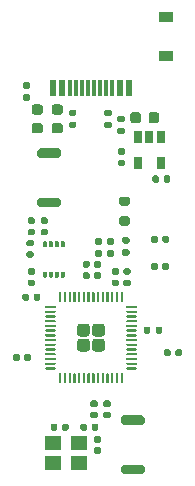
<source format=gtp>
G04 #@! TF.GenerationSoftware,KiCad,Pcbnew,(5.1.10)-1*
G04 #@! TF.CreationDate,2021-11-01T09:15:16+00:00*
G04 #@! TF.ProjectId,EnvOpenPico,456e764f-7065-46e5-9069-636f2e6b6963,REV1*
G04 #@! TF.SameCoordinates,Original*
G04 #@! TF.FileFunction,Paste,Top*
G04 #@! TF.FilePolarity,Positive*
%FSLAX46Y46*%
G04 Gerber Fmt 4.6, Leading zero omitted, Abs format (unit mm)*
G04 Created by KiCad (PCBNEW (5.1.10)-1) date 2021-11-01 09:15:16*
%MOMM*%
%LPD*%
G01*
G04 APERTURE LIST*
%ADD10R,0.600000X1.450000*%
%ADD11R,0.300000X1.450000*%
%ADD12R,0.650000X1.060000*%
%ADD13R,1.200000X0.900000*%
%ADD14R,1.400000X1.200000*%
G04 APERTURE END LIST*
G36*
G01*
X99837500Y-80950000D02*
X99662500Y-80950000D01*
G75*
G02*
X99575000Y-80862500I0J87500D01*
G01*
X99575000Y-80512500D01*
G75*
G02*
X99662500Y-80425000I87500J0D01*
G01*
X99837500Y-80425000D01*
G75*
G02*
X99925000Y-80512500I0J-87500D01*
G01*
X99925000Y-80862500D01*
G75*
G02*
X99837500Y-80950000I-87500J0D01*
G01*
G37*
G36*
G01*
X100337500Y-80950000D02*
X100162500Y-80950000D01*
G75*
G02*
X100075000Y-80862500I0J87500D01*
G01*
X100075000Y-80512500D01*
G75*
G02*
X100162500Y-80425000I87500J0D01*
G01*
X100337500Y-80425000D01*
G75*
G02*
X100425000Y-80512500I0J-87500D01*
G01*
X100425000Y-80862500D01*
G75*
G02*
X100337500Y-80950000I-87500J0D01*
G01*
G37*
G36*
G01*
X100837500Y-80950000D02*
X100662500Y-80950000D01*
G75*
G02*
X100575000Y-80862500I0J87500D01*
G01*
X100575000Y-80512500D01*
G75*
G02*
X100662500Y-80425000I87500J0D01*
G01*
X100837500Y-80425000D01*
G75*
G02*
X100925000Y-80512500I0J-87500D01*
G01*
X100925000Y-80862500D01*
G75*
G02*
X100837500Y-80950000I-87500J0D01*
G01*
G37*
G36*
G01*
X101337500Y-80950000D02*
X101162500Y-80950000D01*
G75*
G02*
X101075000Y-80862500I0J87500D01*
G01*
X101075000Y-80512500D01*
G75*
G02*
X101162500Y-80425000I87500J0D01*
G01*
X101337500Y-80425000D01*
G75*
G02*
X101425000Y-80512500I0J-87500D01*
G01*
X101425000Y-80862500D01*
G75*
G02*
X101337500Y-80950000I-87500J0D01*
G01*
G37*
G36*
G01*
X101337500Y-78375000D02*
X101162500Y-78375000D01*
G75*
G02*
X101075000Y-78287500I0J87500D01*
G01*
X101075000Y-77937500D01*
G75*
G02*
X101162500Y-77850000I87500J0D01*
G01*
X101337500Y-77850000D01*
G75*
G02*
X101425000Y-77937500I0J-87500D01*
G01*
X101425000Y-78287500D01*
G75*
G02*
X101337500Y-78375000I-87500J0D01*
G01*
G37*
G36*
G01*
X100837500Y-78375000D02*
X100662500Y-78375000D01*
G75*
G02*
X100575000Y-78287500I0J87500D01*
G01*
X100575000Y-77937500D01*
G75*
G02*
X100662500Y-77850000I87500J0D01*
G01*
X100837500Y-77850000D01*
G75*
G02*
X100925000Y-77937500I0J-87500D01*
G01*
X100925000Y-78287500D01*
G75*
G02*
X100837500Y-78375000I-87500J0D01*
G01*
G37*
G36*
G01*
X100337500Y-78375000D02*
X100162500Y-78375000D01*
G75*
G02*
X100075000Y-78287500I0J87500D01*
G01*
X100075000Y-77937500D01*
G75*
G02*
X100162500Y-77850000I87500J0D01*
G01*
X100337500Y-77850000D01*
G75*
G02*
X100425000Y-77937500I0J-87500D01*
G01*
X100425000Y-78287500D01*
G75*
G02*
X100337500Y-78375000I-87500J0D01*
G01*
G37*
G36*
G01*
X99837500Y-78375000D02*
X99662500Y-78375000D01*
G75*
G02*
X99575000Y-78287500I0J87500D01*
G01*
X99575000Y-77937500D01*
G75*
G02*
X99662500Y-77850000I87500J0D01*
G01*
X99837500Y-77850000D01*
G75*
G02*
X99925000Y-77937500I0J-87500D01*
G01*
X99925000Y-78287500D01*
G75*
G02*
X99837500Y-78375000I-87500J0D01*
G01*
G37*
G36*
G01*
X108000000Y-97600000D02*
X106400000Y-97600000D01*
G75*
G02*
X106200000Y-97400000I0J200000D01*
G01*
X106200000Y-97000000D01*
G75*
G02*
X106400000Y-96800000I200000J0D01*
G01*
X108000000Y-96800000D01*
G75*
G02*
X108200000Y-97000000I0J-200000D01*
G01*
X108200000Y-97400000D01*
G75*
G02*
X108000000Y-97600000I-200000J0D01*
G01*
G37*
G36*
G01*
X108000000Y-93400000D02*
X106400000Y-93400000D01*
G75*
G02*
X106200000Y-93200000I0J200000D01*
G01*
X106200000Y-92800000D01*
G75*
G02*
X106400000Y-92600000I200000J0D01*
G01*
X108000000Y-92600000D01*
G75*
G02*
X108200000Y-92800000I0J-200000D01*
G01*
X108200000Y-93200000D01*
G75*
G02*
X108000000Y-93400000I-200000J0D01*
G01*
G37*
G36*
G01*
X98363000Y-64928000D02*
X97993000Y-64928000D01*
G75*
G02*
X97858000Y-64793000I0J135000D01*
G01*
X97858000Y-64523000D01*
G75*
G02*
X97993000Y-64388000I135000J0D01*
G01*
X98363000Y-64388000D01*
G75*
G02*
X98498000Y-64523000I0J-135000D01*
G01*
X98498000Y-64793000D01*
G75*
G02*
X98363000Y-64928000I-135000J0D01*
G01*
G37*
G36*
G01*
X98363000Y-65948000D02*
X97993000Y-65948000D01*
G75*
G02*
X97858000Y-65813000I0J135000D01*
G01*
X97858000Y-65543000D01*
G75*
G02*
X97993000Y-65408000I135000J0D01*
G01*
X98363000Y-65408000D01*
G75*
G02*
X98498000Y-65543000I0J-135000D01*
G01*
X98498000Y-65813000D01*
G75*
G02*
X98363000Y-65948000I-135000J0D01*
G01*
G37*
G36*
G01*
X99356250Y-67150000D02*
X98843750Y-67150000D01*
G75*
G02*
X98625000Y-66931250I0J218750D01*
G01*
X98625000Y-66493750D01*
G75*
G02*
X98843750Y-66275000I218750J0D01*
G01*
X99356250Y-66275000D01*
G75*
G02*
X99575000Y-66493750I0J-218750D01*
G01*
X99575000Y-66931250D01*
G75*
G02*
X99356250Y-67150000I-218750J0D01*
G01*
G37*
G36*
G01*
X99356250Y-68725000D02*
X98843750Y-68725000D01*
G75*
G02*
X98625000Y-68506250I0J218750D01*
G01*
X98625000Y-68068750D01*
G75*
G02*
X98843750Y-67850000I218750J0D01*
G01*
X99356250Y-67850000D01*
G75*
G02*
X99575000Y-68068750I0J-218750D01*
G01*
X99575000Y-68506250D01*
G75*
G02*
X99356250Y-68725000I-218750J0D01*
G01*
G37*
G36*
G01*
X100543750Y-67850000D02*
X101056250Y-67850000D01*
G75*
G02*
X101275000Y-68068750I0J-218750D01*
G01*
X101275000Y-68506250D01*
G75*
G02*
X101056250Y-68725000I-218750J0D01*
G01*
X100543750Y-68725000D01*
G75*
G02*
X100325000Y-68506250I0J218750D01*
G01*
X100325000Y-68068750D01*
G75*
G02*
X100543750Y-67850000I218750J0D01*
G01*
G37*
G36*
G01*
X100543750Y-66275000D02*
X101056250Y-66275000D01*
G75*
G02*
X101275000Y-66493750I0J-218750D01*
G01*
X101275000Y-66931250D01*
G75*
G02*
X101056250Y-67150000I-218750J0D01*
G01*
X100543750Y-67150000D01*
G75*
G02*
X100325000Y-66931250I0J218750D01*
G01*
X100325000Y-66493750D01*
G75*
G02*
X100543750Y-66275000I218750J0D01*
G01*
G37*
G36*
G01*
X100900000Y-75000000D02*
X99300000Y-75000000D01*
G75*
G02*
X99100000Y-74800000I0J200000D01*
G01*
X99100000Y-74400000D01*
G75*
G02*
X99300000Y-74200000I200000J0D01*
G01*
X100900000Y-74200000D01*
G75*
G02*
X101100000Y-74400000I0J-200000D01*
G01*
X101100000Y-74800000D01*
G75*
G02*
X100900000Y-75000000I-200000J0D01*
G01*
G37*
G36*
G01*
X100900000Y-70800000D02*
X99300000Y-70800000D01*
G75*
G02*
X99100000Y-70600000I0J200000D01*
G01*
X99100000Y-70200000D01*
G75*
G02*
X99300000Y-70000000I200000J0D01*
G01*
X100900000Y-70000000D01*
G75*
G02*
X101100000Y-70200000I0J-200000D01*
G01*
X101100000Y-70600000D01*
G75*
G02*
X100900000Y-70800000I-200000J0D01*
G01*
G37*
G36*
G01*
X105115000Y-78640000D02*
X105485000Y-78640000D01*
G75*
G02*
X105620000Y-78775000I0J-135000D01*
G01*
X105620000Y-79045000D01*
G75*
G02*
X105485000Y-79180000I-135000J0D01*
G01*
X105115000Y-79180000D01*
G75*
G02*
X104980000Y-79045000I0J135000D01*
G01*
X104980000Y-78775000D01*
G75*
G02*
X105115000Y-78640000I135000J0D01*
G01*
G37*
G36*
G01*
X105115000Y-77620000D02*
X105485000Y-77620000D01*
G75*
G02*
X105620000Y-77755000I0J-135000D01*
G01*
X105620000Y-78025000D01*
G75*
G02*
X105485000Y-78160000I-135000J0D01*
G01*
X105115000Y-78160000D01*
G75*
G02*
X104980000Y-78025000I0J135000D01*
G01*
X104980000Y-77755000D01*
G75*
G02*
X105115000Y-77620000I135000J0D01*
G01*
G37*
G36*
G01*
X104115000Y-78640000D02*
X104485000Y-78640000D01*
G75*
G02*
X104620000Y-78775000I0J-135000D01*
G01*
X104620000Y-79045000D01*
G75*
G02*
X104485000Y-79180000I-135000J0D01*
G01*
X104115000Y-79180000D01*
G75*
G02*
X103980000Y-79045000I0J135000D01*
G01*
X103980000Y-78775000D01*
G75*
G02*
X104115000Y-78640000I135000J0D01*
G01*
G37*
G36*
G01*
X104115000Y-77620000D02*
X104485000Y-77620000D01*
G75*
G02*
X104620000Y-77755000I0J-135000D01*
G01*
X104620000Y-78025000D01*
G75*
G02*
X104485000Y-78160000I-135000J0D01*
G01*
X104115000Y-78160000D01*
G75*
G02*
X103980000Y-78025000I0J135000D01*
G01*
X103980000Y-77755000D01*
G75*
G02*
X104115000Y-77620000I135000J0D01*
G01*
G37*
D10*
X100425000Y-64920000D03*
X106875000Y-64920000D03*
X101200000Y-64920000D03*
X106100000Y-64920000D03*
D11*
X105400000Y-64920000D03*
X101900000Y-64920000D03*
X104900000Y-64920000D03*
X102400000Y-64920000D03*
X104400000Y-64920000D03*
X102900000Y-64920000D03*
X103400000Y-64920000D03*
X103900000Y-64920000D03*
G36*
G01*
X103700000Y-93770000D02*
X103700000Y-93430000D01*
G75*
G02*
X103840000Y-93290000I140000J0D01*
G01*
X104120000Y-93290000D01*
G75*
G02*
X104260000Y-93430000I0J-140000D01*
G01*
X104260000Y-93770000D01*
G75*
G02*
X104120000Y-93910000I-140000J0D01*
G01*
X103840000Y-93910000D01*
G75*
G02*
X103700000Y-93770000I0J140000D01*
G01*
G37*
G36*
G01*
X102740000Y-93770000D02*
X102740000Y-93430000D01*
G75*
G02*
X102880000Y-93290000I140000J0D01*
G01*
X103160000Y-93290000D01*
G75*
G02*
X103300000Y-93430000I0J-140000D01*
G01*
X103300000Y-93770000D01*
G75*
G02*
X103160000Y-93910000I-140000J0D01*
G01*
X102880000Y-93910000D01*
G75*
G02*
X102740000Y-93770000I0J140000D01*
G01*
G37*
G36*
G01*
X104370000Y-95860000D02*
X104030000Y-95860000D01*
G75*
G02*
X103890000Y-95720000I0J140000D01*
G01*
X103890000Y-95440000D01*
G75*
G02*
X104030000Y-95300000I140000J0D01*
G01*
X104370000Y-95300000D01*
G75*
G02*
X104510000Y-95440000I0J-140000D01*
G01*
X104510000Y-95720000D01*
G75*
G02*
X104370000Y-95860000I-140000J0D01*
G01*
G37*
G36*
G01*
X104370000Y-94900000D02*
X104030000Y-94900000D01*
G75*
G02*
X103890000Y-94760000I0J140000D01*
G01*
X103890000Y-94480000D01*
G75*
G02*
X104030000Y-94340000I140000J0D01*
G01*
X104370000Y-94340000D01*
G75*
G02*
X104510000Y-94480000I0J-140000D01*
G01*
X104510000Y-94760000D01*
G75*
G02*
X104370000Y-94900000I-140000J0D01*
G01*
G37*
G36*
G01*
X106395000Y-70550000D02*
X106055000Y-70550000D01*
G75*
G02*
X105915000Y-70410000I0J140000D01*
G01*
X105915000Y-70130000D01*
G75*
G02*
X106055000Y-69990000I140000J0D01*
G01*
X106395000Y-69990000D01*
G75*
G02*
X106535000Y-70130000I0J-140000D01*
G01*
X106535000Y-70410000D01*
G75*
G02*
X106395000Y-70550000I-140000J0D01*
G01*
G37*
G36*
G01*
X106395000Y-71510000D02*
X106055000Y-71510000D01*
G75*
G02*
X105915000Y-71370000I0J140000D01*
G01*
X105915000Y-71090000D01*
G75*
G02*
X106055000Y-70950000I140000J0D01*
G01*
X106395000Y-70950000D01*
G75*
G02*
X106535000Y-71090000I0J-140000D01*
G01*
X106535000Y-71370000D01*
G75*
G02*
X106395000Y-71510000I-140000J0D01*
G01*
G37*
D12*
X109550000Y-71200000D03*
X107650000Y-71200000D03*
X107650000Y-69000000D03*
X108600000Y-69000000D03*
X109550000Y-69000000D03*
G36*
G01*
X98770000Y-81660000D02*
X98430000Y-81660000D01*
G75*
G02*
X98290000Y-81520000I0J140000D01*
G01*
X98290000Y-81240000D01*
G75*
G02*
X98430000Y-81100000I140000J0D01*
G01*
X98770000Y-81100000D01*
G75*
G02*
X98910000Y-81240000I0J-140000D01*
G01*
X98910000Y-81520000D01*
G75*
G02*
X98770000Y-81660000I-140000J0D01*
G01*
G37*
G36*
G01*
X98770000Y-80700000D02*
X98430000Y-80700000D01*
G75*
G02*
X98290000Y-80560000I0J140000D01*
G01*
X98290000Y-80280000D01*
G75*
G02*
X98430000Y-80140000I140000J0D01*
G01*
X98770000Y-80140000D01*
G75*
G02*
X98910000Y-80280000I0J-140000D01*
G01*
X98910000Y-80560000D01*
G75*
G02*
X98770000Y-80700000I-140000J0D01*
G01*
G37*
D13*
X110000000Y-62150000D03*
X110000000Y-58850000D03*
D14*
X100400000Y-96650000D03*
X102600000Y-96650000D03*
X102600000Y-94950000D03*
X100400000Y-94950000D03*
G36*
G01*
X100240000Y-93770000D02*
X100240000Y-93430000D01*
G75*
G02*
X100380000Y-93290000I140000J0D01*
G01*
X100660000Y-93290000D01*
G75*
G02*
X100800000Y-93430000I0J-140000D01*
G01*
X100800000Y-93770000D01*
G75*
G02*
X100660000Y-93910000I-140000J0D01*
G01*
X100380000Y-93910000D01*
G75*
G02*
X100240000Y-93770000I0J140000D01*
G01*
G37*
G36*
G01*
X101200000Y-93770000D02*
X101200000Y-93430000D01*
G75*
G02*
X101340000Y-93290000I140000J0D01*
G01*
X101620000Y-93290000D01*
G75*
G02*
X101760000Y-93430000I0J-140000D01*
G01*
X101760000Y-93770000D01*
G75*
G02*
X101620000Y-93910000I-140000J0D01*
G01*
X101340000Y-93910000D01*
G75*
G02*
X101200000Y-93770000I0J140000D01*
G01*
G37*
G36*
G01*
X102285000Y-68280000D02*
X101915000Y-68280000D01*
G75*
G02*
X101780000Y-68145000I0J135000D01*
G01*
X101780000Y-67875000D01*
G75*
G02*
X101915000Y-67740000I135000J0D01*
G01*
X102285000Y-67740000D01*
G75*
G02*
X102420000Y-67875000I0J-135000D01*
G01*
X102420000Y-68145000D01*
G75*
G02*
X102285000Y-68280000I-135000J0D01*
G01*
G37*
G36*
G01*
X102285000Y-67260000D02*
X101915000Y-67260000D01*
G75*
G02*
X101780000Y-67125000I0J135000D01*
G01*
X101780000Y-66855000D01*
G75*
G02*
X101915000Y-66720000I135000J0D01*
G01*
X102285000Y-66720000D01*
G75*
G02*
X102420000Y-66855000I0J-135000D01*
G01*
X102420000Y-67125000D01*
G75*
G02*
X102285000Y-67260000I-135000J0D01*
G01*
G37*
G36*
G01*
X108740000Y-77870000D02*
X108740000Y-77530000D01*
G75*
G02*
X108880000Y-77390000I140000J0D01*
G01*
X109160000Y-77390000D01*
G75*
G02*
X109300000Y-77530000I0J-140000D01*
G01*
X109300000Y-77870000D01*
G75*
G02*
X109160000Y-78010000I-140000J0D01*
G01*
X108880000Y-78010000D01*
G75*
G02*
X108740000Y-77870000I0J140000D01*
G01*
G37*
G36*
G01*
X109700000Y-77870000D02*
X109700000Y-77530000D01*
G75*
G02*
X109840000Y-77390000I140000J0D01*
G01*
X110120000Y-77390000D01*
G75*
G02*
X110260000Y-77530000I0J-140000D01*
G01*
X110260000Y-77870000D01*
G75*
G02*
X110120000Y-78010000I-140000J0D01*
G01*
X109840000Y-78010000D01*
G75*
G02*
X109700000Y-77870000I0J140000D01*
G01*
G37*
G36*
G01*
X108740000Y-80170000D02*
X108740000Y-79830000D01*
G75*
G02*
X108880000Y-79690000I140000J0D01*
G01*
X109160000Y-79690000D01*
G75*
G02*
X109300000Y-79830000I0J-140000D01*
G01*
X109300000Y-80170000D01*
G75*
G02*
X109160000Y-80310000I-140000J0D01*
G01*
X108880000Y-80310000D01*
G75*
G02*
X108740000Y-80170000I0J140000D01*
G01*
G37*
G36*
G01*
X109700000Y-80170000D02*
X109700000Y-79830000D01*
G75*
G02*
X109840000Y-79690000I140000J0D01*
G01*
X110120000Y-79690000D01*
G75*
G02*
X110260000Y-79830000I0J-140000D01*
G01*
X110260000Y-80170000D01*
G75*
G02*
X110120000Y-80310000I-140000J0D01*
G01*
X109840000Y-80310000D01*
G75*
G02*
X109700000Y-80170000I0J140000D01*
G01*
G37*
G36*
G01*
X108840000Y-72770000D02*
X108840000Y-72430000D01*
G75*
G02*
X108980000Y-72290000I140000J0D01*
G01*
X109260000Y-72290000D01*
G75*
G02*
X109400000Y-72430000I0J-140000D01*
G01*
X109400000Y-72770000D01*
G75*
G02*
X109260000Y-72910000I-140000J0D01*
G01*
X108980000Y-72910000D01*
G75*
G02*
X108840000Y-72770000I0J140000D01*
G01*
G37*
G36*
G01*
X109800000Y-72770000D02*
X109800000Y-72430000D01*
G75*
G02*
X109940000Y-72290000I140000J0D01*
G01*
X110220000Y-72290000D01*
G75*
G02*
X110360000Y-72430000I0J-140000D01*
G01*
X110360000Y-72770000D01*
G75*
G02*
X110220000Y-72910000I-140000J0D01*
G01*
X109940000Y-72910000D01*
G75*
G02*
X109800000Y-72770000I0J140000D01*
G01*
G37*
G36*
G01*
X109425000Y-67150000D02*
X109425000Y-67650000D01*
G75*
G02*
X109200000Y-67875000I-225000J0D01*
G01*
X108750000Y-67875000D01*
G75*
G02*
X108525000Y-67650000I0J225000D01*
G01*
X108525000Y-67150000D01*
G75*
G02*
X108750000Y-66925000I225000J0D01*
G01*
X109200000Y-66925000D01*
G75*
G02*
X109425000Y-67150000I0J-225000D01*
G01*
G37*
G36*
G01*
X107875000Y-67150000D02*
X107875000Y-67650000D01*
G75*
G02*
X107650000Y-67875000I-225000J0D01*
G01*
X107200000Y-67875000D01*
G75*
G02*
X106975000Y-67650000I0J225000D01*
G01*
X106975000Y-67150000D01*
G75*
G02*
X107200000Y-66925000I225000J0D01*
G01*
X107650000Y-66925000D01*
G75*
G02*
X107875000Y-67150000I0J-225000D01*
G01*
G37*
G36*
G01*
X106415000Y-77520000D02*
X106785000Y-77520000D01*
G75*
G02*
X106920000Y-77655000I0J-135000D01*
G01*
X106920000Y-77925000D01*
G75*
G02*
X106785000Y-78060000I-135000J0D01*
G01*
X106415000Y-78060000D01*
G75*
G02*
X106280000Y-77925000I0J135000D01*
G01*
X106280000Y-77655000D01*
G75*
G02*
X106415000Y-77520000I135000J0D01*
G01*
G37*
G36*
G01*
X106415000Y-78540000D02*
X106785000Y-78540000D01*
G75*
G02*
X106920000Y-78675000I0J-135000D01*
G01*
X106920000Y-78945000D01*
G75*
G02*
X106785000Y-79080000I-135000J0D01*
G01*
X106415000Y-79080000D01*
G75*
G02*
X106280000Y-78945000I0J135000D01*
G01*
X106280000Y-78675000D01*
G75*
G02*
X106415000Y-78540000I135000J0D01*
G01*
G37*
G36*
G01*
X106225000Y-74075000D02*
X106775000Y-74075000D01*
G75*
G02*
X106975000Y-74275000I0J-200000D01*
G01*
X106975000Y-74675000D01*
G75*
G02*
X106775000Y-74875000I-200000J0D01*
G01*
X106225000Y-74875000D01*
G75*
G02*
X106025000Y-74675000I0J200000D01*
G01*
X106025000Y-74275000D01*
G75*
G02*
X106225000Y-74075000I200000J0D01*
G01*
G37*
G36*
G01*
X106225000Y-75725000D02*
X106775000Y-75725000D01*
G75*
G02*
X106975000Y-75925000I0J-200000D01*
G01*
X106975000Y-76325000D01*
G75*
G02*
X106775000Y-76525000I-200000J0D01*
G01*
X106225000Y-76525000D01*
G75*
G02*
X106025000Y-76325000I0J200000D01*
G01*
X106025000Y-75925000D01*
G75*
G02*
X106225000Y-75725000I200000J0D01*
G01*
G37*
G36*
G01*
X98670000Y-78300000D02*
X98330000Y-78300000D01*
G75*
G02*
X98190000Y-78160000I0J140000D01*
G01*
X98190000Y-77880000D01*
G75*
G02*
X98330000Y-77740000I140000J0D01*
G01*
X98670000Y-77740000D01*
G75*
G02*
X98810000Y-77880000I0J-140000D01*
G01*
X98810000Y-78160000D01*
G75*
G02*
X98670000Y-78300000I-140000J0D01*
G01*
G37*
G36*
G01*
X98670000Y-79260000D02*
X98330000Y-79260000D01*
G75*
G02*
X98190000Y-79120000I0J140000D01*
G01*
X98190000Y-78840000D01*
G75*
G02*
X98330000Y-78700000I140000J0D01*
G01*
X98670000Y-78700000D01*
G75*
G02*
X98810000Y-78840000I0J-140000D01*
G01*
X98810000Y-79120000D01*
G75*
G02*
X98670000Y-79260000I-140000J0D01*
G01*
G37*
G36*
G01*
X99870000Y-77360000D02*
X99530000Y-77360000D01*
G75*
G02*
X99390000Y-77220000I0J140000D01*
G01*
X99390000Y-76940000D01*
G75*
G02*
X99530000Y-76800000I140000J0D01*
G01*
X99870000Y-76800000D01*
G75*
G02*
X100010000Y-76940000I0J-140000D01*
G01*
X100010000Y-77220000D01*
G75*
G02*
X99870000Y-77360000I-140000J0D01*
G01*
G37*
G36*
G01*
X99870000Y-76400000D02*
X99530000Y-76400000D01*
G75*
G02*
X99390000Y-76260000I0J140000D01*
G01*
X99390000Y-75980000D01*
G75*
G02*
X99530000Y-75840000I140000J0D01*
G01*
X99870000Y-75840000D01*
G75*
G02*
X100010000Y-75980000I0J-140000D01*
G01*
X100010000Y-76260000D01*
G75*
G02*
X99870000Y-76400000I-140000J0D01*
G01*
G37*
G36*
G01*
X106385000Y-68780000D02*
X106015000Y-68780000D01*
G75*
G02*
X105880000Y-68645000I0J135000D01*
G01*
X105880000Y-68375000D01*
G75*
G02*
X106015000Y-68240000I135000J0D01*
G01*
X106385000Y-68240000D01*
G75*
G02*
X106520000Y-68375000I0J-135000D01*
G01*
X106520000Y-68645000D01*
G75*
G02*
X106385000Y-68780000I-135000J0D01*
G01*
G37*
G36*
G01*
X106385000Y-67760000D02*
X106015000Y-67760000D01*
G75*
G02*
X105880000Y-67625000I0J135000D01*
G01*
X105880000Y-67355000D01*
G75*
G02*
X106015000Y-67220000I135000J0D01*
G01*
X106385000Y-67220000D01*
G75*
G02*
X106520000Y-67355000I0J-135000D01*
G01*
X106520000Y-67625000D01*
G75*
G02*
X106385000Y-67760000I-135000J0D01*
G01*
G37*
G36*
G01*
X104370000Y-80100000D02*
X104030000Y-80100000D01*
G75*
G02*
X103890000Y-79960000I0J140000D01*
G01*
X103890000Y-79680000D01*
G75*
G02*
X104030000Y-79540000I140000J0D01*
G01*
X104370000Y-79540000D01*
G75*
G02*
X104510000Y-79680000I0J-140000D01*
G01*
X104510000Y-79960000D01*
G75*
G02*
X104370000Y-80100000I-140000J0D01*
G01*
G37*
G36*
G01*
X104370000Y-81060000D02*
X104030000Y-81060000D01*
G75*
G02*
X103890000Y-80920000I0J140000D01*
G01*
X103890000Y-80640000D01*
G75*
G02*
X104030000Y-80500000I140000J0D01*
G01*
X104370000Y-80500000D01*
G75*
G02*
X104510000Y-80640000I0J-140000D01*
G01*
X104510000Y-80920000D01*
G75*
G02*
X104370000Y-81060000I-140000J0D01*
G01*
G37*
G36*
G01*
X105870000Y-81660000D02*
X105530000Y-81660000D01*
G75*
G02*
X105390000Y-81520000I0J140000D01*
G01*
X105390000Y-81240000D01*
G75*
G02*
X105530000Y-81100000I140000J0D01*
G01*
X105870000Y-81100000D01*
G75*
G02*
X106010000Y-81240000I0J-140000D01*
G01*
X106010000Y-81520000D01*
G75*
G02*
X105870000Y-81660000I-140000J0D01*
G01*
G37*
G36*
G01*
X105870000Y-80700000D02*
X105530000Y-80700000D01*
G75*
G02*
X105390000Y-80560000I0J140000D01*
G01*
X105390000Y-80280000D01*
G75*
G02*
X105530000Y-80140000I140000J0D01*
G01*
X105870000Y-80140000D01*
G75*
G02*
X106010000Y-80280000I0J-140000D01*
G01*
X106010000Y-80560000D01*
G75*
G02*
X105870000Y-80700000I-140000J0D01*
G01*
G37*
G36*
G01*
X103420000Y-81060000D02*
X103080000Y-81060000D01*
G75*
G02*
X102940000Y-80920000I0J140000D01*
G01*
X102940000Y-80640000D01*
G75*
G02*
X103080000Y-80500000I140000J0D01*
G01*
X103420000Y-80500000D01*
G75*
G02*
X103560000Y-80640000I0J-140000D01*
G01*
X103560000Y-80920000D01*
G75*
G02*
X103420000Y-81060000I-140000J0D01*
G01*
G37*
G36*
G01*
X103420000Y-80100000D02*
X103080000Y-80100000D01*
G75*
G02*
X102940000Y-79960000I0J140000D01*
G01*
X102940000Y-79680000D01*
G75*
G02*
X103080000Y-79540000I140000J0D01*
G01*
X103420000Y-79540000D01*
G75*
G02*
X103560000Y-79680000I0J-140000D01*
G01*
X103560000Y-79960000D01*
G75*
G02*
X103420000Y-80100000I-140000J0D01*
G01*
G37*
G36*
G01*
X105285000Y-68280000D02*
X104915000Y-68280000D01*
G75*
G02*
X104780000Y-68145000I0J135000D01*
G01*
X104780000Y-67875000D01*
G75*
G02*
X104915000Y-67740000I135000J0D01*
G01*
X105285000Y-67740000D01*
G75*
G02*
X105420000Y-67875000I0J-135000D01*
G01*
X105420000Y-68145000D01*
G75*
G02*
X105285000Y-68280000I-135000J0D01*
G01*
G37*
G36*
G01*
X105285000Y-67260000D02*
X104915000Y-67260000D01*
G75*
G02*
X104780000Y-67125000I0J135000D01*
G01*
X104780000Y-66855000D01*
G75*
G02*
X104915000Y-66720000I135000J0D01*
G01*
X105285000Y-66720000D01*
G75*
G02*
X105420000Y-66855000I0J-135000D01*
G01*
X105420000Y-67125000D01*
G75*
G02*
X105285000Y-67260000I-135000J0D01*
G01*
G37*
G36*
G01*
X98560000Y-87530000D02*
X98560000Y-87870000D01*
G75*
G02*
X98420000Y-88010000I-140000J0D01*
G01*
X98140000Y-88010000D01*
G75*
G02*
X98000000Y-87870000I0J140000D01*
G01*
X98000000Y-87530000D01*
G75*
G02*
X98140000Y-87390000I140000J0D01*
G01*
X98420000Y-87390000D01*
G75*
G02*
X98560000Y-87530000I0J-140000D01*
G01*
G37*
G36*
G01*
X97600000Y-87530000D02*
X97600000Y-87870000D01*
G75*
G02*
X97460000Y-88010000I-140000J0D01*
G01*
X97180000Y-88010000D01*
G75*
G02*
X97040000Y-87870000I0J140000D01*
G01*
X97040000Y-87530000D01*
G75*
G02*
X97180000Y-87390000I140000J0D01*
G01*
X97460000Y-87390000D01*
G75*
G02*
X97600000Y-87530000I0J-140000D01*
G01*
G37*
G36*
G01*
X106870000Y-81660000D02*
X106530000Y-81660000D01*
G75*
G02*
X106390000Y-81520000I0J140000D01*
G01*
X106390000Y-81240000D01*
G75*
G02*
X106530000Y-81100000I140000J0D01*
G01*
X106870000Y-81100000D01*
G75*
G02*
X107010000Y-81240000I0J-140000D01*
G01*
X107010000Y-81520000D01*
G75*
G02*
X106870000Y-81660000I-140000J0D01*
G01*
G37*
G36*
G01*
X106870000Y-80700000D02*
X106530000Y-80700000D01*
G75*
G02*
X106390000Y-80560000I0J140000D01*
G01*
X106390000Y-80280000D01*
G75*
G02*
X106530000Y-80140000I140000J0D01*
G01*
X106870000Y-80140000D01*
G75*
G02*
X107010000Y-80280000I0J-140000D01*
G01*
X107010000Y-80560000D01*
G75*
G02*
X106870000Y-80700000I-140000J0D01*
G01*
G37*
G36*
G01*
X103730000Y-91340000D02*
X104070000Y-91340000D01*
G75*
G02*
X104210000Y-91480000I0J-140000D01*
G01*
X104210000Y-91760000D01*
G75*
G02*
X104070000Y-91900000I-140000J0D01*
G01*
X103730000Y-91900000D01*
G75*
G02*
X103590000Y-91760000I0J140000D01*
G01*
X103590000Y-91480000D01*
G75*
G02*
X103730000Y-91340000I140000J0D01*
G01*
G37*
G36*
G01*
X103730000Y-92300000D02*
X104070000Y-92300000D01*
G75*
G02*
X104210000Y-92440000I0J-140000D01*
G01*
X104210000Y-92720000D01*
G75*
G02*
X104070000Y-92860000I-140000J0D01*
G01*
X103730000Y-92860000D01*
G75*
G02*
X103590000Y-92720000I0J140000D01*
G01*
X103590000Y-92440000D01*
G75*
G02*
X103730000Y-92300000I140000J0D01*
G01*
G37*
G36*
G01*
X109840000Y-87470000D02*
X109840000Y-87130000D01*
G75*
G02*
X109980000Y-86990000I140000J0D01*
G01*
X110260000Y-86990000D01*
G75*
G02*
X110400000Y-87130000I0J-140000D01*
G01*
X110400000Y-87470000D01*
G75*
G02*
X110260000Y-87610000I-140000J0D01*
G01*
X109980000Y-87610000D01*
G75*
G02*
X109840000Y-87470000I0J140000D01*
G01*
G37*
G36*
G01*
X110800000Y-87470000D02*
X110800000Y-87130000D01*
G75*
G02*
X110940000Y-86990000I140000J0D01*
G01*
X111220000Y-86990000D01*
G75*
G02*
X111360000Y-87130000I0J-140000D01*
G01*
X111360000Y-87470000D01*
G75*
G02*
X111220000Y-87610000I-140000J0D01*
G01*
X110940000Y-87610000D01*
G75*
G02*
X110800000Y-87470000I0J140000D01*
G01*
G37*
G36*
G01*
X98770000Y-77360000D02*
X98430000Y-77360000D01*
G75*
G02*
X98290000Y-77220000I0J140000D01*
G01*
X98290000Y-76940000D01*
G75*
G02*
X98430000Y-76800000I140000J0D01*
G01*
X98770000Y-76800000D01*
G75*
G02*
X98910000Y-76940000I0J-140000D01*
G01*
X98910000Y-77220000D01*
G75*
G02*
X98770000Y-77360000I-140000J0D01*
G01*
G37*
G36*
G01*
X98770000Y-76400000D02*
X98430000Y-76400000D01*
G75*
G02*
X98290000Y-76260000I0J140000D01*
G01*
X98290000Y-75980000D01*
G75*
G02*
X98430000Y-75840000I140000J0D01*
G01*
X98770000Y-75840000D01*
G75*
G02*
X98910000Y-75980000I0J-140000D01*
G01*
X98910000Y-76260000D01*
G75*
G02*
X98770000Y-76400000I-140000J0D01*
G01*
G37*
G36*
G01*
X99360000Y-82430000D02*
X99360000Y-82770000D01*
G75*
G02*
X99220000Y-82910000I-140000J0D01*
G01*
X98940000Y-82910000D01*
G75*
G02*
X98800000Y-82770000I0J140000D01*
G01*
X98800000Y-82430000D01*
G75*
G02*
X98940000Y-82290000I140000J0D01*
G01*
X99220000Y-82290000D01*
G75*
G02*
X99360000Y-82430000I0J-140000D01*
G01*
G37*
G36*
G01*
X98400000Y-82430000D02*
X98400000Y-82770000D01*
G75*
G02*
X98260000Y-82910000I-140000J0D01*
G01*
X97980000Y-82910000D01*
G75*
G02*
X97840000Y-82770000I0J140000D01*
G01*
X97840000Y-82430000D01*
G75*
G02*
X97980000Y-82290000I140000J0D01*
G01*
X98260000Y-82290000D01*
G75*
G02*
X98400000Y-82430000I0J-140000D01*
G01*
G37*
G36*
G01*
X104830000Y-91340000D02*
X105170000Y-91340000D01*
G75*
G02*
X105310000Y-91480000I0J-140000D01*
G01*
X105310000Y-91760000D01*
G75*
G02*
X105170000Y-91900000I-140000J0D01*
G01*
X104830000Y-91900000D01*
G75*
G02*
X104690000Y-91760000I0J140000D01*
G01*
X104690000Y-91480000D01*
G75*
G02*
X104830000Y-91340000I140000J0D01*
G01*
G37*
G36*
G01*
X104830000Y-92300000D02*
X105170000Y-92300000D01*
G75*
G02*
X105310000Y-92440000I0J-140000D01*
G01*
X105310000Y-92720000D01*
G75*
G02*
X105170000Y-92860000I-140000J0D01*
G01*
X104830000Y-92860000D01*
G75*
G02*
X104690000Y-92720000I0J140000D01*
G01*
X104690000Y-92440000D01*
G75*
G02*
X104830000Y-92300000I140000J0D01*
G01*
G37*
G36*
G01*
X109680000Y-85215000D02*
X109680000Y-85585000D01*
G75*
G02*
X109545000Y-85720000I-135000J0D01*
G01*
X109275000Y-85720000D01*
G75*
G02*
X109140000Y-85585000I0J135000D01*
G01*
X109140000Y-85215000D01*
G75*
G02*
X109275000Y-85080000I135000J0D01*
G01*
X109545000Y-85080000D01*
G75*
G02*
X109680000Y-85215000I0J-135000D01*
G01*
G37*
G36*
G01*
X108660000Y-85215000D02*
X108660000Y-85585000D01*
G75*
G02*
X108525000Y-85720000I-135000J0D01*
G01*
X108255000Y-85720000D01*
G75*
G02*
X108120000Y-85585000I0J135000D01*
G01*
X108120000Y-85215000D01*
G75*
G02*
X108255000Y-85080000I135000J0D01*
G01*
X108525000Y-85080000D01*
G75*
G02*
X108660000Y-85215000I0J-135000D01*
G01*
G37*
G36*
G01*
X102470283Y-85679717D02*
X102470283Y-85095283D01*
G75*
G02*
X102720283Y-84845283I250000J0D01*
G01*
X103304717Y-84845283D01*
G75*
G02*
X103554717Y-85095283I0J-250000D01*
G01*
X103554717Y-85679717D01*
G75*
G02*
X103304717Y-85929717I-250000J0D01*
G01*
X102720283Y-85929717D01*
G75*
G02*
X102470283Y-85679717I0J250000D01*
G01*
G37*
G36*
G01*
X102470283Y-86954717D02*
X102470283Y-86370283D01*
G75*
G02*
X102720283Y-86120283I250000J0D01*
G01*
X103304717Y-86120283D01*
G75*
G02*
X103554717Y-86370283I0J-250000D01*
G01*
X103554717Y-86954717D01*
G75*
G02*
X103304717Y-87204717I-250000J0D01*
G01*
X102720283Y-87204717D01*
G75*
G02*
X102470283Y-86954717I0J250000D01*
G01*
G37*
G36*
G01*
X103745283Y-85679717D02*
X103745283Y-85095283D01*
G75*
G02*
X103995283Y-84845283I250000J0D01*
G01*
X104579717Y-84845283D01*
G75*
G02*
X104829717Y-85095283I0J-250000D01*
G01*
X104829717Y-85679717D01*
G75*
G02*
X104579717Y-85929717I-250000J0D01*
G01*
X103995283Y-85929717D01*
G75*
G02*
X103745283Y-85679717I0J250000D01*
G01*
G37*
G36*
G01*
X103745283Y-86954717D02*
X103745283Y-86370283D01*
G75*
G02*
X103995283Y-86120283I250000J0D01*
G01*
X104579717Y-86120283D01*
G75*
G02*
X104829717Y-86370283I0J-250000D01*
G01*
X104829717Y-86954717D01*
G75*
G02*
X104579717Y-87204717I-250000J0D01*
G01*
X103995283Y-87204717D01*
G75*
G02*
X103745283Y-86954717I0J250000D01*
G01*
G37*
G36*
G01*
X99775000Y-83475000D02*
X99775000Y-83375000D01*
G75*
G02*
X99825000Y-83325000I50000J0D01*
G01*
X100600000Y-83325000D01*
G75*
G02*
X100650000Y-83375000I0J-50000D01*
G01*
X100650000Y-83475000D01*
G75*
G02*
X100600000Y-83525000I-50000J0D01*
G01*
X99825000Y-83525000D01*
G75*
G02*
X99775000Y-83475000I0J50000D01*
G01*
G37*
G36*
G01*
X99775000Y-83875000D02*
X99775000Y-83775000D01*
G75*
G02*
X99825000Y-83725000I50000J0D01*
G01*
X100600000Y-83725000D01*
G75*
G02*
X100650000Y-83775000I0J-50000D01*
G01*
X100650000Y-83875000D01*
G75*
G02*
X100600000Y-83925000I-50000J0D01*
G01*
X99825000Y-83925000D01*
G75*
G02*
X99775000Y-83875000I0J50000D01*
G01*
G37*
G36*
G01*
X99775000Y-84275000D02*
X99775000Y-84175000D01*
G75*
G02*
X99825000Y-84125000I50000J0D01*
G01*
X100600000Y-84125000D01*
G75*
G02*
X100650000Y-84175000I0J-50000D01*
G01*
X100650000Y-84275000D01*
G75*
G02*
X100600000Y-84325000I-50000J0D01*
G01*
X99825000Y-84325000D01*
G75*
G02*
X99775000Y-84275000I0J50000D01*
G01*
G37*
G36*
G01*
X99775000Y-84675000D02*
X99775000Y-84575000D01*
G75*
G02*
X99825000Y-84525000I50000J0D01*
G01*
X100600000Y-84525000D01*
G75*
G02*
X100650000Y-84575000I0J-50000D01*
G01*
X100650000Y-84675000D01*
G75*
G02*
X100600000Y-84725000I-50000J0D01*
G01*
X99825000Y-84725000D01*
G75*
G02*
X99775000Y-84675000I0J50000D01*
G01*
G37*
G36*
G01*
X99775000Y-85075000D02*
X99775000Y-84975000D01*
G75*
G02*
X99825000Y-84925000I50000J0D01*
G01*
X100600000Y-84925000D01*
G75*
G02*
X100650000Y-84975000I0J-50000D01*
G01*
X100650000Y-85075000D01*
G75*
G02*
X100600000Y-85125000I-50000J0D01*
G01*
X99825000Y-85125000D01*
G75*
G02*
X99775000Y-85075000I0J50000D01*
G01*
G37*
G36*
G01*
X99775000Y-85475000D02*
X99775000Y-85375000D01*
G75*
G02*
X99825000Y-85325000I50000J0D01*
G01*
X100600000Y-85325000D01*
G75*
G02*
X100650000Y-85375000I0J-50000D01*
G01*
X100650000Y-85475000D01*
G75*
G02*
X100600000Y-85525000I-50000J0D01*
G01*
X99825000Y-85525000D01*
G75*
G02*
X99775000Y-85475000I0J50000D01*
G01*
G37*
G36*
G01*
X99775000Y-85875000D02*
X99775000Y-85775000D01*
G75*
G02*
X99825000Y-85725000I50000J0D01*
G01*
X100600000Y-85725000D01*
G75*
G02*
X100650000Y-85775000I0J-50000D01*
G01*
X100650000Y-85875000D01*
G75*
G02*
X100600000Y-85925000I-50000J0D01*
G01*
X99825000Y-85925000D01*
G75*
G02*
X99775000Y-85875000I0J50000D01*
G01*
G37*
G36*
G01*
X99775000Y-86275000D02*
X99775000Y-86175000D01*
G75*
G02*
X99825000Y-86125000I50000J0D01*
G01*
X100600000Y-86125000D01*
G75*
G02*
X100650000Y-86175000I0J-50000D01*
G01*
X100650000Y-86275000D01*
G75*
G02*
X100600000Y-86325000I-50000J0D01*
G01*
X99825000Y-86325000D01*
G75*
G02*
X99775000Y-86275000I0J50000D01*
G01*
G37*
G36*
G01*
X99775000Y-86675000D02*
X99775000Y-86575000D01*
G75*
G02*
X99825000Y-86525000I50000J0D01*
G01*
X100600000Y-86525000D01*
G75*
G02*
X100650000Y-86575000I0J-50000D01*
G01*
X100650000Y-86675000D01*
G75*
G02*
X100600000Y-86725000I-50000J0D01*
G01*
X99825000Y-86725000D01*
G75*
G02*
X99775000Y-86675000I0J50000D01*
G01*
G37*
G36*
G01*
X99775000Y-87075000D02*
X99775000Y-86975000D01*
G75*
G02*
X99825000Y-86925000I50000J0D01*
G01*
X100600000Y-86925000D01*
G75*
G02*
X100650000Y-86975000I0J-50000D01*
G01*
X100650000Y-87075000D01*
G75*
G02*
X100600000Y-87125000I-50000J0D01*
G01*
X99825000Y-87125000D01*
G75*
G02*
X99775000Y-87075000I0J50000D01*
G01*
G37*
G36*
G01*
X99775000Y-87475000D02*
X99775000Y-87375000D01*
G75*
G02*
X99825000Y-87325000I50000J0D01*
G01*
X100600000Y-87325000D01*
G75*
G02*
X100650000Y-87375000I0J-50000D01*
G01*
X100650000Y-87475000D01*
G75*
G02*
X100600000Y-87525000I-50000J0D01*
G01*
X99825000Y-87525000D01*
G75*
G02*
X99775000Y-87475000I0J50000D01*
G01*
G37*
G36*
G01*
X99775000Y-87875000D02*
X99775000Y-87775000D01*
G75*
G02*
X99825000Y-87725000I50000J0D01*
G01*
X100600000Y-87725000D01*
G75*
G02*
X100650000Y-87775000I0J-50000D01*
G01*
X100650000Y-87875000D01*
G75*
G02*
X100600000Y-87925000I-50000J0D01*
G01*
X99825000Y-87925000D01*
G75*
G02*
X99775000Y-87875000I0J50000D01*
G01*
G37*
G36*
G01*
X99775000Y-88275000D02*
X99775000Y-88175000D01*
G75*
G02*
X99825000Y-88125000I50000J0D01*
G01*
X100600000Y-88125000D01*
G75*
G02*
X100650000Y-88175000I0J-50000D01*
G01*
X100650000Y-88275000D01*
G75*
G02*
X100600000Y-88325000I-50000J0D01*
G01*
X99825000Y-88325000D01*
G75*
G02*
X99775000Y-88275000I0J50000D01*
G01*
G37*
G36*
G01*
X99775000Y-88675000D02*
X99775000Y-88575000D01*
G75*
G02*
X99825000Y-88525000I50000J0D01*
G01*
X100600000Y-88525000D01*
G75*
G02*
X100650000Y-88575000I0J-50000D01*
G01*
X100650000Y-88675000D01*
G75*
G02*
X100600000Y-88725000I-50000J0D01*
G01*
X99825000Y-88725000D01*
G75*
G02*
X99775000Y-88675000I0J50000D01*
G01*
G37*
G36*
G01*
X100950000Y-89850000D02*
X100950000Y-89075000D01*
G75*
G02*
X101000000Y-89025000I50000J0D01*
G01*
X101100000Y-89025000D01*
G75*
G02*
X101150000Y-89075000I0J-50000D01*
G01*
X101150000Y-89850000D01*
G75*
G02*
X101100000Y-89900000I-50000J0D01*
G01*
X101000000Y-89900000D01*
G75*
G02*
X100950000Y-89850000I0J50000D01*
G01*
G37*
G36*
G01*
X101350000Y-89850000D02*
X101350000Y-89075000D01*
G75*
G02*
X101400000Y-89025000I50000J0D01*
G01*
X101500000Y-89025000D01*
G75*
G02*
X101550000Y-89075000I0J-50000D01*
G01*
X101550000Y-89850000D01*
G75*
G02*
X101500000Y-89900000I-50000J0D01*
G01*
X101400000Y-89900000D01*
G75*
G02*
X101350000Y-89850000I0J50000D01*
G01*
G37*
G36*
G01*
X101750000Y-89850000D02*
X101750000Y-89075000D01*
G75*
G02*
X101800000Y-89025000I50000J0D01*
G01*
X101900000Y-89025000D01*
G75*
G02*
X101950000Y-89075000I0J-50000D01*
G01*
X101950000Y-89850000D01*
G75*
G02*
X101900000Y-89900000I-50000J0D01*
G01*
X101800000Y-89900000D01*
G75*
G02*
X101750000Y-89850000I0J50000D01*
G01*
G37*
G36*
G01*
X102150000Y-89850000D02*
X102150000Y-89075000D01*
G75*
G02*
X102200000Y-89025000I50000J0D01*
G01*
X102300000Y-89025000D01*
G75*
G02*
X102350000Y-89075000I0J-50000D01*
G01*
X102350000Y-89850000D01*
G75*
G02*
X102300000Y-89900000I-50000J0D01*
G01*
X102200000Y-89900000D01*
G75*
G02*
X102150000Y-89850000I0J50000D01*
G01*
G37*
G36*
G01*
X102550000Y-89850000D02*
X102550000Y-89075000D01*
G75*
G02*
X102600000Y-89025000I50000J0D01*
G01*
X102700000Y-89025000D01*
G75*
G02*
X102750000Y-89075000I0J-50000D01*
G01*
X102750000Y-89850000D01*
G75*
G02*
X102700000Y-89900000I-50000J0D01*
G01*
X102600000Y-89900000D01*
G75*
G02*
X102550000Y-89850000I0J50000D01*
G01*
G37*
G36*
G01*
X102950000Y-89850000D02*
X102950000Y-89075000D01*
G75*
G02*
X103000000Y-89025000I50000J0D01*
G01*
X103100000Y-89025000D01*
G75*
G02*
X103150000Y-89075000I0J-50000D01*
G01*
X103150000Y-89850000D01*
G75*
G02*
X103100000Y-89900000I-50000J0D01*
G01*
X103000000Y-89900000D01*
G75*
G02*
X102950000Y-89850000I0J50000D01*
G01*
G37*
G36*
G01*
X103350000Y-89850000D02*
X103350000Y-89075000D01*
G75*
G02*
X103400000Y-89025000I50000J0D01*
G01*
X103500000Y-89025000D01*
G75*
G02*
X103550000Y-89075000I0J-50000D01*
G01*
X103550000Y-89850000D01*
G75*
G02*
X103500000Y-89900000I-50000J0D01*
G01*
X103400000Y-89900000D01*
G75*
G02*
X103350000Y-89850000I0J50000D01*
G01*
G37*
G36*
G01*
X103750000Y-89850000D02*
X103750000Y-89075000D01*
G75*
G02*
X103800000Y-89025000I50000J0D01*
G01*
X103900000Y-89025000D01*
G75*
G02*
X103950000Y-89075000I0J-50000D01*
G01*
X103950000Y-89850000D01*
G75*
G02*
X103900000Y-89900000I-50000J0D01*
G01*
X103800000Y-89900000D01*
G75*
G02*
X103750000Y-89850000I0J50000D01*
G01*
G37*
G36*
G01*
X104150000Y-89850000D02*
X104150000Y-89075000D01*
G75*
G02*
X104200000Y-89025000I50000J0D01*
G01*
X104300000Y-89025000D01*
G75*
G02*
X104350000Y-89075000I0J-50000D01*
G01*
X104350000Y-89850000D01*
G75*
G02*
X104300000Y-89900000I-50000J0D01*
G01*
X104200000Y-89900000D01*
G75*
G02*
X104150000Y-89850000I0J50000D01*
G01*
G37*
G36*
G01*
X104550000Y-89850000D02*
X104550000Y-89075000D01*
G75*
G02*
X104600000Y-89025000I50000J0D01*
G01*
X104700000Y-89025000D01*
G75*
G02*
X104750000Y-89075000I0J-50000D01*
G01*
X104750000Y-89850000D01*
G75*
G02*
X104700000Y-89900000I-50000J0D01*
G01*
X104600000Y-89900000D01*
G75*
G02*
X104550000Y-89850000I0J50000D01*
G01*
G37*
G36*
G01*
X104950000Y-89850000D02*
X104950000Y-89075000D01*
G75*
G02*
X105000000Y-89025000I50000J0D01*
G01*
X105100000Y-89025000D01*
G75*
G02*
X105150000Y-89075000I0J-50000D01*
G01*
X105150000Y-89850000D01*
G75*
G02*
X105100000Y-89900000I-50000J0D01*
G01*
X105000000Y-89900000D01*
G75*
G02*
X104950000Y-89850000I0J50000D01*
G01*
G37*
G36*
G01*
X105350000Y-89850000D02*
X105350000Y-89075000D01*
G75*
G02*
X105400000Y-89025000I50000J0D01*
G01*
X105500000Y-89025000D01*
G75*
G02*
X105550000Y-89075000I0J-50000D01*
G01*
X105550000Y-89850000D01*
G75*
G02*
X105500000Y-89900000I-50000J0D01*
G01*
X105400000Y-89900000D01*
G75*
G02*
X105350000Y-89850000I0J50000D01*
G01*
G37*
G36*
G01*
X105750000Y-89850000D02*
X105750000Y-89075000D01*
G75*
G02*
X105800000Y-89025000I50000J0D01*
G01*
X105900000Y-89025000D01*
G75*
G02*
X105950000Y-89075000I0J-50000D01*
G01*
X105950000Y-89850000D01*
G75*
G02*
X105900000Y-89900000I-50000J0D01*
G01*
X105800000Y-89900000D01*
G75*
G02*
X105750000Y-89850000I0J50000D01*
G01*
G37*
G36*
G01*
X106150000Y-89850000D02*
X106150000Y-89075000D01*
G75*
G02*
X106200000Y-89025000I50000J0D01*
G01*
X106300000Y-89025000D01*
G75*
G02*
X106350000Y-89075000I0J-50000D01*
G01*
X106350000Y-89850000D01*
G75*
G02*
X106300000Y-89900000I-50000J0D01*
G01*
X106200000Y-89900000D01*
G75*
G02*
X106150000Y-89850000I0J50000D01*
G01*
G37*
G36*
G01*
X106650000Y-88675000D02*
X106650000Y-88575000D01*
G75*
G02*
X106700000Y-88525000I50000J0D01*
G01*
X107475000Y-88525000D01*
G75*
G02*
X107525000Y-88575000I0J-50000D01*
G01*
X107525000Y-88675000D01*
G75*
G02*
X107475000Y-88725000I-50000J0D01*
G01*
X106700000Y-88725000D01*
G75*
G02*
X106650000Y-88675000I0J50000D01*
G01*
G37*
G36*
G01*
X106650000Y-88275000D02*
X106650000Y-88175000D01*
G75*
G02*
X106700000Y-88125000I50000J0D01*
G01*
X107475000Y-88125000D01*
G75*
G02*
X107525000Y-88175000I0J-50000D01*
G01*
X107525000Y-88275000D01*
G75*
G02*
X107475000Y-88325000I-50000J0D01*
G01*
X106700000Y-88325000D01*
G75*
G02*
X106650000Y-88275000I0J50000D01*
G01*
G37*
G36*
G01*
X106650000Y-87875000D02*
X106650000Y-87775000D01*
G75*
G02*
X106700000Y-87725000I50000J0D01*
G01*
X107475000Y-87725000D01*
G75*
G02*
X107525000Y-87775000I0J-50000D01*
G01*
X107525000Y-87875000D01*
G75*
G02*
X107475000Y-87925000I-50000J0D01*
G01*
X106700000Y-87925000D01*
G75*
G02*
X106650000Y-87875000I0J50000D01*
G01*
G37*
G36*
G01*
X106650000Y-87475000D02*
X106650000Y-87375000D01*
G75*
G02*
X106700000Y-87325000I50000J0D01*
G01*
X107475000Y-87325000D01*
G75*
G02*
X107525000Y-87375000I0J-50000D01*
G01*
X107525000Y-87475000D01*
G75*
G02*
X107475000Y-87525000I-50000J0D01*
G01*
X106700000Y-87525000D01*
G75*
G02*
X106650000Y-87475000I0J50000D01*
G01*
G37*
G36*
G01*
X106650000Y-87075000D02*
X106650000Y-86975000D01*
G75*
G02*
X106700000Y-86925000I50000J0D01*
G01*
X107475000Y-86925000D01*
G75*
G02*
X107525000Y-86975000I0J-50000D01*
G01*
X107525000Y-87075000D01*
G75*
G02*
X107475000Y-87125000I-50000J0D01*
G01*
X106700000Y-87125000D01*
G75*
G02*
X106650000Y-87075000I0J50000D01*
G01*
G37*
G36*
G01*
X106650000Y-86675000D02*
X106650000Y-86575000D01*
G75*
G02*
X106700000Y-86525000I50000J0D01*
G01*
X107475000Y-86525000D01*
G75*
G02*
X107525000Y-86575000I0J-50000D01*
G01*
X107525000Y-86675000D01*
G75*
G02*
X107475000Y-86725000I-50000J0D01*
G01*
X106700000Y-86725000D01*
G75*
G02*
X106650000Y-86675000I0J50000D01*
G01*
G37*
G36*
G01*
X106650000Y-86275000D02*
X106650000Y-86175000D01*
G75*
G02*
X106700000Y-86125000I50000J0D01*
G01*
X107475000Y-86125000D01*
G75*
G02*
X107525000Y-86175000I0J-50000D01*
G01*
X107525000Y-86275000D01*
G75*
G02*
X107475000Y-86325000I-50000J0D01*
G01*
X106700000Y-86325000D01*
G75*
G02*
X106650000Y-86275000I0J50000D01*
G01*
G37*
G36*
G01*
X106650000Y-85875000D02*
X106650000Y-85775000D01*
G75*
G02*
X106700000Y-85725000I50000J0D01*
G01*
X107475000Y-85725000D01*
G75*
G02*
X107525000Y-85775000I0J-50000D01*
G01*
X107525000Y-85875000D01*
G75*
G02*
X107475000Y-85925000I-50000J0D01*
G01*
X106700000Y-85925000D01*
G75*
G02*
X106650000Y-85875000I0J50000D01*
G01*
G37*
G36*
G01*
X106650000Y-85475000D02*
X106650000Y-85375000D01*
G75*
G02*
X106700000Y-85325000I50000J0D01*
G01*
X107475000Y-85325000D01*
G75*
G02*
X107525000Y-85375000I0J-50000D01*
G01*
X107525000Y-85475000D01*
G75*
G02*
X107475000Y-85525000I-50000J0D01*
G01*
X106700000Y-85525000D01*
G75*
G02*
X106650000Y-85475000I0J50000D01*
G01*
G37*
G36*
G01*
X106650000Y-85075000D02*
X106650000Y-84975000D01*
G75*
G02*
X106700000Y-84925000I50000J0D01*
G01*
X107475000Y-84925000D01*
G75*
G02*
X107525000Y-84975000I0J-50000D01*
G01*
X107525000Y-85075000D01*
G75*
G02*
X107475000Y-85125000I-50000J0D01*
G01*
X106700000Y-85125000D01*
G75*
G02*
X106650000Y-85075000I0J50000D01*
G01*
G37*
G36*
G01*
X106650000Y-84675000D02*
X106650000Y-84575000D01*
G75*
G02*
X106700000Y-84525000I50000J0D01*
G01*
X107475000Y-84525000D01*
G75*
G02*
X107525000Y-84575000I0J-50000D01*
G01*
X107525000Y-84675000D01*
G75*
G02*
X107475000Y-84725000I-50000J0D01*
G01*
X106700000Y-84725000D01*
G75*
G02*
X106650000Y-84675000I0J50000D01*
G01*
G37*
G36*
G01*
X106650000Y-84275000D02*
X106650000Y-84175000D01*
G75*
G02*
X106700000Y-84125000I50000J0D01*
G01*
X107475000Y-84125000D01*
G75*
G02*
X107525000Y-84175000I0J-50000D01*
G01*
X107525000Y-84275000D01*
G75*
G02*
X107475000Y-84325000I-50000J0D01*
G01*
X106700000Y-84325000D01*
G75*
G02*
X106650000Y-84275000I0J50000D01*
G01*
G37*
G36*
G01*
X106650000Y-83875000D02*
X106650000Y-83775000D01*
G75*
G02*
X106700000Y-83725000I50000J0D01*
G01*
X107475000Y-83725000D01*
G75*
G02*
X107525000Y-83775000I0J-50000D01*
G01*
X107525000Y-83875000D01*
G75*
G02*
X107475000Y-83925000I-50000J0D01*
G01*
X106700000Y-83925000D01*
G75*
G02*
X106650000Y-83875000I0J50000D01*
G01*
G37*
G36*
G01*
X106650000Y-83475000D02*
X106650000Y-83375000D01*
G75*
G02*
X106700000Y-83325000I50000J0D01*
G01*
X107475000Y-83325000D01*
G75*
G02*
X107525000Y-83375000I0J-50000D01*
G01*
X107525000Y-83475000D01*
G75*
G02*
X107475000Y-83525000I-50000J0D01*
G01*
X106700000Y-83525000D01*
G75*
G02*
X106650000Y-83475000I0J50000D01*
G01*
G37*
G36*
G01*
X106150000Y-82975000D02*
X106150000Y-82200000D01*
G75*
G02*
X106200000Y-82150000I50000J0D01*
G01*
X106300000Y-82150000D01*
G75*
G02*
X106350000Y-82200000I0J-50000D01*
G01*
X106350000Y-82975000D01*
G75*
G02*
X106300000Y-83025000I-50000J0D01*
G01*
X106200000Y-83025000D01*
G75*
G02*
X106150000Y-82975000I0J50000D01*
G01*
G37*
G36*
G01*
X105750000Y-82975000D02*
X105750000Y-82200000D01*
G75*
G02*
X105800000Y-82150000I50000J0D01*
G01*
X105900000Y-82150000D01*
G75*
G02*
X105950000Y-82200000I0J-50000D01*
G01*
X105950000Y-82975000D01*
G75*
G02*
X105900000Y-83025000I-50000J0D01*
G01*
X105800000Y-83025000D01*
G75*
G02*
X105750000Y-82975000I0J50000D01*
G01*
G37*
G36*
G01*
X105350000Y-82975000D02*
X105350000Y-82200000D01*
G75*
G02*
X105400000Y-82150000I50000J0D01*
G01*
X105500000Y-82150000D01*
G75*
G02*
X105550000Y-82200000I0J-50000D01*
G01*
X105550000Y-82975000D01*
G75*
G02*
X105500000Y-83025000I-50000J0D01*
G01*
X105400000Y-83025000D01*
G75*
G02*
X105350000Y-82975000I0J50000D01*
G01*
G37*
G36*
G01*
X104950000Y-82975000D02*
X104950000Y-82200000D01*
G75*
G02*
X105000000Y-82150000I50000J0D01*
G01*
X105100000Y-82150000D01*
G75*
G02*
X105150000Y-82200000I0J-50000D01*
G01*
X105150000Y-82975000D01*
G75*
G02*
X105100000Y-83025000I-50000J0D01*
G01*
X105000000Y-83025000D01*
G75*
G02*
X104950000Y-82975000I0J50000D01*
G01*
G37*
G36*
G01*
X104550000Y-82975000D02*
X104550000Y-82200000D01*
G75*
G02*
X104600000Y-82150000I50000J0D01*
G01*
X104700000Y-82150000D01*
G75*
G02*
X104750000Y-82200000I0J-50000D01*
G01*
X104750000Y-82975000D01*
G75*
G02*
X104700000Y-83025000I-50000J0D01*
G01*
X104600000Y-83025000D01*
G75*
G02*
X104550000Y-82975000I0J50000D01*
G01*
G37*
G36*
G01*
X104150000Y-82975000D02*
X104150000Y-82200000D01*
G75*
G02*
X104200000Y-82150000I50000J0D01*
G01*
X104300000Y-82150000D01*
G75*
G02*
X104350000Y-82200000I0J-50000D01*
G01*
X104350000Y-82975000D01*
G75*
G02*
X104300000Y-83025000I-50000J0D01*
G01*
X104200000Y-83025000D01*
G75*
G02*
X104150000Y-82975000I0J50000D01*
G01*
G37*
G36*
G01*
X103750000Y-82975000D02*
X103750000Y-82200000D01*
G75*
G02*
X103800000Y-82150000I50000J0D01*
G01*
X103900000Y-82150000D01*
G75*
G02*
X103950000Y-82200000I0J-50000D01*
G01*
X103950000Y-82975000D01*
G75*
G02*
X103900000Y-83025000I-50000J0D01*
G01*
X103800000Y-83025000D01*
G75*
G02*
X103750000Y-82975000I0J50000D01*
G01*
G37*
G36*
G01*
X103350000Y-82975000D02*
X103350000Y-82200000D01*
G75*
G02*
X103400000Y-82150000I50000J0D01*
G01*
X103500000Y-82150000D01*
G75*
G02*
X103550000Y-82200000I0J-50000D01*
G01*
X103550000Y-82975000D01*
G75*
G02*
X103500000Y-83025000I-50000J0D01*
G01*
X103400000Y-83025000D01*
G75*
G02*
X103350000Y-82975000I0J50000D01*
G01*
G37*
G36*
G01*
X102950000Y-82975000D02*
X102950000Y-82200000D01*
G75*
G02*
X103000000Y-82150000I50000J0D01*
G01*
X103100000Y-82150000D01*
G75*
G02*
X103150000Y-82200000I0J-50000D01*
G01*
X103150000Y-82975000D01*
G75*
G02*
X103100000Y-83025000I-50000J0D01*
G01*
X103000000Y-83025000D01*
G75*
G02*
X102950000Y-82975000I0J50000D01*
G01*
G37*
G36*
G01*
X102550000Y-82975000D02*
X102550000Y-82200000D01*
G75*
G02*
X102600000Y-82150000I50000J0D01*
G01*
X102700000Y-82150000D01*
G75*
G02*
X102750000Y-82200000I0J-50000D01*
G01*
X102750000Y-82975000D01*
G75*
G02*
X102700000Y-83025000I-50000J0D01*
G01*
X102600000Y-83025000D01*
G75*
G02*
X102550000Y-82975000I0J50000D01*
G01*
G37*
G36*
G01*
X102150000Y-82975000D02*
X102150000Y-82200000D01*
G75*
G02*
X102200000Y-82150000I50000J0D01*
G01*
X102300000Y-82150000D01*
G75*
G02*
X102350000Y-82200000I0J-50000D01*
G01*
X102350000Y-82975000D01*
G75*
G02*
X102300000Y-83025000I-50000J0D01*
G01*
X102200000Y-83025000D01*
G75*
G02*
X102150000Y-82975000I0J50000D01*
G01*
G37*
G36*
G01*
X101750000Y-82975000D02*
X101750000Y-82200000D01*
G75*
G02*
X101800000Y-82150000I50000J0D01*
G01*
X101900000Y-82150000D01*
G75*
G02*
X101950000Y-82200000I0J-50000D01*
G01*
X101950000Y-82975000D01*
G75*
G02*
X101900000Y-83025000I-50000J0D01*
G01*
X101800000Y-83025000D01*
G75*
G02*
X101750000Y-82975000I0J50000D01*
G01*
G37*
G36*
G01*
X101350000Y-82975000D02*
X101350000Y-82200000D01*
G75*
G02*
X101400000Y-82150000I50000J0D01*
G01*
X101500000Y-82150000D01*
G75*
G02*
X101550000Y-82200000I0J-50000D01*
G01*
X101550000Y-82975000D01*
G75*
G02*
X101500000Y-83025000I-50000J0D01*
G01*
X101400000Y-83025000D01*
G75*
G02*
X101350000Y-82975000I0J50000D01*
G01*
G37*
G36*
G01*
X100950000Y-82975000D02*
X100950000Y-82200000D01*
G75*
G02*
X101000000Y-82150000I50000J0D01*
G01*
X101100000Y-82150000D01*
G75*
G02*
X101150000Y-82200000I0J-50000D01*
G01*
X101150000Y-82975000D01*
G75*
G02*
X101100000Y-83025000I-50000J0D01*
G01*
X101000000Y-83025000D01*
G75*
G02*
X100950000Y-82975000I0J50000D01*
G01*
G37*
M02*

</source>
